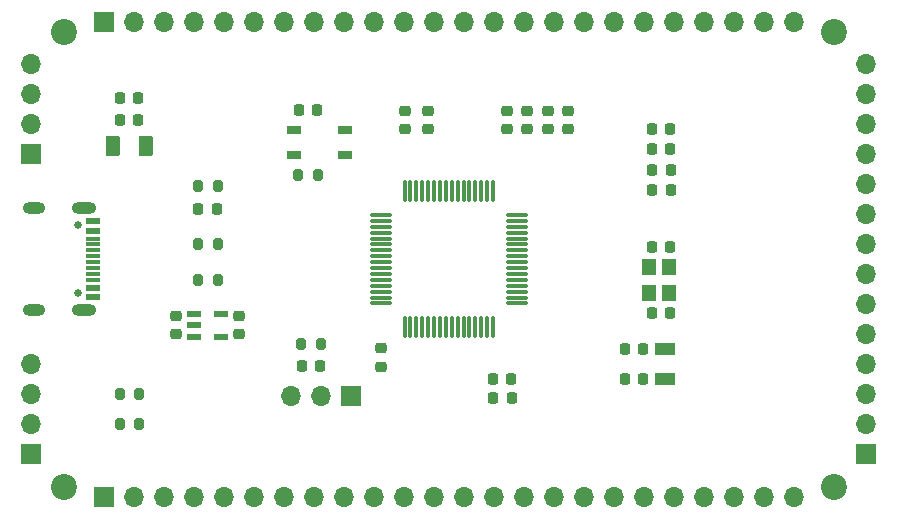
<source format=gts>
%TF.GenerationSoftware,KiCad,Pcbnew,8.0.4*%
%TF.CreationDate,2024-09-01T16:40:05+08:00*%
%TF.ProjectId,UINIO-MCU-HC32F460KETA,55494e49-4f2d-44d4-9355-2d4843333246,Version 1.0.0*%
%TF.SameCoordinates,PX71f45d0PY4ce7800*%
%TF.FileFunction,Soldermask,Top*%
%TF.FilePolarity,Negative*%
%FSLAX46Y46*%
G04 Gerber Fmt 4.6, Leading zero omitted, Abs format (unit mm)*
G04 Created by KiCad (PCBNEW 8.0.4) date 2024-09-01 16:40:05*
%MOMM*%
%LPD*%
G01*
G04 APERTURE LIST*
G04 Aperture macros list*
%AMRoundRect*
0 Rectangle with rounded corners*
0 $1 Rounding radius*
0 $2 $3 $4 $5 $6 $7 $8 $9 X,Y pos of 4 corners*
0 Add a 4 corners polygon primitive as box body*
4,1,4,$2,$3,$4,$5,$6,$7,$8,$9,$2,$3,0*
0 Add four circle primitives for the rounded corners*
1,1,$1+$1,$2,$3*
1,1,$1+$1,$4,$5*
1,1,$1+$1,$6,$7*
1,1,$1+$1,$8,$9*
0 Add four rect primitives between the rounded corners*
20,1,$1+$1,$2,$3,$4,$5,0*
20,1,$1+$1,$4,$5,$6,$7,0*
20,1,$1+$1,$6,$7,$8,$9,0*
20,1,$1+$1,$8,$9,$2,$3,0*%
G04 Aperture macros list end*
%ADD10RoundRect,0.218750X0.218750X0.256250X-0.218750X0.256250X-0.218750X-0.256250X0.218750X-0.256250X0*%
%ADD11RoundRect,0.200000X0.200000X0.275000X-0.200000X0.275000X-0.200000X-0.275000X0.200000X-0.275000X0*%
%ADD12RoundRect,0.225000X0.250000X-0.225000X0.250000X0.225000X-0.250000X0.225000X-0.250000X-0.225000X0*%
%ADD13R,1.157000X0.490000*%
%ADD14R,1.175000X0.490000*%
%ADD15C,2.200000*%
%ADD16RoundRect,0.218750X-0.256250X0.218750X-0.256250X-0.218750X0.256250X-0.218750X0.256250X0.218750X0*%
%ADD17RoundRect,0.225000X-0.225000X-0.250000X0.225000X-0.250000X0.225000X0.250000X-0.225000X0.250000X0*%
%ADD18R,1.800000X1.000000*%
%ADD19R,1.700000X1.700000*%
%ADD20O,1.700000X1.700000*%
%ADD21RoundRect,0.225000X-0.250000X0.225000X-0.250000X-0.225000X0.250000X-0.225000X0.250000X0.225000X0*%
%ADD22C,0.650000*%
%ADD23O,2.100000X1.000000*%
%ADD24O,1.900000X1.000000*%
%ADD25R,1.150000X0.600000*%
%ADD26R,1.150000X0.300000*%
%ADD27RoundRect,0.200000X-0.200000X-0.275000X0.200000X-0.275000X0.200000X0.275000X-0.200000X0.275000X0*%
%ADD28RoundRect,0.225000X0.225000X0.250000X-0.225000X0.250000X-0.225000X-0.250000X0.225000X-0.250000X0*%
%ADD29R,1.200000X0.650000*%
%ADD30RoundRect,0.250000X-0.375000X-0.625000X0.375000X-0.625000X0.375000X0.625000X-0.375000X0.625000X0*%
%ADD31O,2.000000X0.300000*%
%ADD32O,0.300000X2.000000*%
%ADD33R,1.200000X1.400000*%
G04 APERTURE END LIST*
D10*
%TO.C,L3*%
X50465000Y-15630000D03*
X48890000Y-15630000D03*
%TD*%
D11*
%TO.C,R4*%
X20865000Y-28670000D03*
X19215000Y-28670000D03*
%TD*%
D12*
%TO.C,C2*%
X40060000Y-10445000D03*
X40060000Y-8895000D03*
%TD*%
D13*
%TO.C,U1*%
X10091500Y-26110000D03*
X10091500Y-27060000D03*
X10091500Y-28010000D03*
D14*
X12399500Y-28010000D03*
X12399500Y-26110000D03*
%TD*%
D12*
%TO.C,C1*%
X38330000Y-10445000D03*
X38330000Y-8895000D03*
%TD*%
%TO.C,C17*%
X25920000Y-30550000D03*
X25920000Y-29000000D03*
%TD*%
D10*
%TO.C,L4*%
X50465000Y-13900000D03*
X48890000Y-13900000D03*
%TD*%
D15*
%TO.C,HOLE\u002A\u002A*%
X-880000Y-40710000D03*
%TD*%
D12*
%TO.C,C4*%
X8610000Y-27830000D03*
X8610000Y-26280000D03*
%TD*%
D15*
%TO.C,HOLE\u002A\u002A*%
X-880000Y-2210000D03*
%TD*%
D16*
%TO.C,L2*%
X36600000Y-8882500D03*
X36600000Y-10457500D03*
%TD*%
D11*
%TO.C,R5*%
X20580000Y-14330000D03*
X18930000Y-14330000D03*
%TD*%
D17*
%TO.C,C9*%
X19265000Y-30480000D03*
X20815000Y-30480000D03*
%TD*%
D18*
%TO.C,Y1*%
X50007500Y-29080002D03*
X50007500Y-31580000D03*
%TD*%
D19*
%TO.C,J4*%
X23390000Y-33060000D03*
D20*
X20850000Y-33060000D03*
X18310000Y-33060000D03*
%TD*%
D21*
%TO.C,C8*%
X27940000Y-8880000D03*
X27940000Y-10430000D03*
%TD*%
D19*
%TO.C,J5*%
X-3650000Y-12560000D03*
D20*
X-3650000Y-10020000D03*
X-3650000Y-7480000D03*
X-3650000Y-4940000D03*
%TD*%
D22*
%TO.C,USB1*%
X289000Y-18570000D03*
X289000Y-24350000D03*
D23*
X789000Y-17135000D03*
X789000Y-25785000D03*
D24*
X-3411000Y-17135000D03*
X-3411000Y-25785000D03*
D25*
X1551000Y-18260000D03*
X1551000Y-19060000D03*
D26*
X1551000Y-20210000D03*
X1551000Y-21210000D03*
X1551000Y-21710000D03*
X1551000Y-22710000D03*
D25*
X1551000Y-24660000D03*
X1551000Y-23860000D03*
D26*
X1551000Y-23210000D03*
X1551000Y-22210000D03*
X1551000Y-20710000D03*
X1551000Y-19710000D03*
%TD*%
D27*
%TO.C,R7*%
X3815000Y-32880000D03*
X5465000Y-32880000D03*
%TD*%
D12*
%TO.C,C7*%
X13890000Y-27830000D03*
X13890000Y-26280000D03*
%TD*%
D28*
%TO.C,C19*%
X37000000Y-33210000D03*
X35450000Y-33210000D03*
%TD*%
D11*
%TO.C,R6*%
X5465000Y-35420000D03*
X3815000Y-35420000D03*
%TD*%
D19*
%TO.C,J3*%
X2490000Y-1360000D03*
D20*
X5030000Y-1360000D03*
X7570000Y-1360000D03*
X10110000Y-1360000D03*
X12650000Y-1360000D03*
X15190000Y-1360000D03*
X17730000Y-1360000D03*
X20270000Y-1360000D03*
X22810000Y-1360000D03*
X25350000Y-1360000D03*
X27890000Y-1360000D03*
X30430000Y-1360000D03*
X32970000Y-1360000D03*
X35510000Y-1360000D03*
X38050000Y-1360000D03*
X40590000Y-1360000D03*
X43130000Y-1360000D03*
X45670000Y-1360000D03*
X48210000Y-1360000D03*
X50750000Y-1360000D03*
X53290000Y-1360000D03*
X55830000Y-1360000D03*
X58370000Y-1360000D03*
X60910000Y-1360000D03*
%TD*%
D19*
%TO.C,J1*%
X67030000Y-37960000D03*
D20*
X67030000Y-35420000D03*
X67030000Y-32880000D03*
X67030000Y-30340000D03*
X67030000Y-27800000D03*
X67030000Y-25260000D03*
X67030000Y-22720000D03*
X67030000Y-20180000D03*
X67030000Y-17640000D03*
X67030000Y-15100000D03*
X67030000Y-12560000D03*
X67030000Y-10020000D03*
X67030000Y-7480000D03*
X67030000Y-4940000D03*
%TD*%
D21*
%TO.C,C12*%
X29920000Y-8880000D03*
X29920000Y-10430000D03*
%TD*%
D29*
%TO.C,SW1*%
X22880000Y-12670000D03*
X18580000Y-12670000D03*
X22880000Y-10520000D03*
X18580000Y-10520000D03*
%TD*%
D17*
%TO.C,C11*%
X3865000Y-9650000D03*
X5415000Y-9650000D03*
%TD*%
D28*
%TO.C,C6*%
X36990000Y-31600000D03*
X35440000Y-31600000D03*
%TD*%
D10*
%TO.C,D1*%
X12062500Y-17250000D03*
X10487500Y-17250000D03*
%TD*%
D15*
%TO.C,HOLE\u002A\u002A*%
X64280000Y-2210000D03*
%TD*%
D27*
%TO.C,R1*%
X10470000Y-20200000D03*
X12120000Y-20200000D03*
%TD*%
D28*
%TO.C,C18*%
X50450000Y-26050000D03*
X48900000Y-26050000D03*
%TD*%
D16*
%TO.C,L1*%
X41790000Y-8882500D03*
X41790000Y-10457500D03*
%TD*%
D17*
%TO.C,C14*%
X48900000Y-20390000D03*
X50450000Y-20390000D03*
%TD*%
%TO.C,C13*%
X18980000Y-8860000D03*
X20530000Y-8860000D03*
%TD*%
D27*
%TO.C,R3*%
X10470000Y-15260000D03*
X12120000Y-15260000D03*
%TD*%
D17*
%TO.C,C3*%
X48902500Y-10440000D03*
X50452500Y-10440000D03*
%TD*%
D27*
%TO.C,R2*%
X10470000Y-23210000D03*
X12120000Y-23210000D03*
%TD*%
D17*
%TO.C,C10*%
X3865000Y-7800000D03*
X5415000Y-7800000D03*
%TD*%
D19*
%TO.C,J6*%
X-3650000Y-37960000D03*
D20*
X-3650000Y-35420000D03*
X-3650000Y-32880000D03*
X-3650000Y-30340000D03*
%TD*%
D17*
%TO.C,C5*%
X48902500Y-12170000D03*
X50452500Y-12170000D03*
%TD*%
D30*
%TO.C,F1*%
X3240000Y-11890000D03*
X6040000Y-11890000D03*
%TD*%
D17*
%TO.C,C16*%
X46600000Y-29060000D03*
X48150000Y-29060000D03*
%TD*%
D31*
%TO.C,U2*%
X37440000Y-25210000D03*
X37440000Y-24710000D03*
X37440000Y-24210000D03*
X37440000Y-23710000D03*
X37440000Y-23210000D03*
X37440000Y-22710000D03*
X37440000Y-22210000D03*
X37440000Y-21710000D03*
X37440000Y-21210000D03*
X37440000Y-20710000D03*
X37440000Y-20210000D03*
X37440000Y-19710000D03*
X37440000Y-19210000D03*
X37440000Y-18710000D03*
X37440000Y-18210000D03*
X37440000Y-17710000D03*
D32*
X35440000Y-15710000D03*
X34940000Y-15710000D03*
X34440000Y-15710000D03*
X33940000Y-15710000D03*
X33440000Y-15710000D03*
X32940000Y-15710000D03*
X32440000Y-15710000D03*
X31940000Y-15710000D03*
X31440000Y-15710000D03*
X30940000Y-15710000D03*
X30440000Y-15710000D03*
X29940000Y-15710000D03*
X29440000Y-15710000D03*
X28940000Y-15710000D03*
X28440000Y-15710000D03*
X27940000Y-15710000D03*
D31*
X25940000Y-17710000D03*
X25940000Y-18210000D03*
X25940000Y-18710000D03*
X25940000Y-19210000D03*
X25940000Y-19710000D03*
X25940000Y-20210000D03*
X25940000Y-20710000D03*
X25940000Y-21210000D03*
X25940000Y-21710000D03*
X25940000Y-22210000D03*
X25940000Y-22710000D03*
X25940000Y-23210000D03*
X25940000Y-23710000D03*
X25940000Y-24210000D03*
X25940000Y-24710000D03*
X25940000Y-25210000D03*
D32*
X27940000Y-27210000D03*
X28440000Y-27210000D03*
X28940000Y-27210000D03*
X29440000Y-27210000D03*
X29940000Y-27210000D03*
X30440000Y-27210000D03*
X30940000Y-27210000D03*
X31440000Y-27210000D03*
X31940000Y-27210000D03*
X32440000Y-27210000D03*
X32940000Y-27210000D03*
X33440000Y-27210000D03*
X33940000Y-27210000D03*
X34440000Y-27210000D03*
X34940000Y-27210000D03*
X35440000Y-27210000D03*
%TD*%
D17*
%TO.C,C15*%
X46600000Y-31600002D03*
X48150000Y-31600002D03*
%TD*%
D19*
%TO.C,J2*%
X2490000Y-41560000D03*
D20*
X5030000Y-41560000D03*
X7570000Y-41560000D03*
X10110000Y-41560000D03*
X12650000Y-41560000D03*
X15190000Y-41560000D03*
X17730000Y-41560000D03*
X20270000Y-41560000D03*
X22810000Y-41560000D03*
X25350000Y-41560000D03*
X27890000Y-41560000D03*
X30430000Y-41560000D03*
X32970000Y-41560000D03*
X35510000Y-41560000D03*
X38050000Y-41560000D03*
X40590000Y-41560000D03*
X43130000Y-41560000D03*
X45670000Y-41560000D03*
X48210000Y-41560000D03*
X50750000Y-41560000D03*
X53290000Y-41560000D03*
X55830000Y-41560000D03*
X58370000Y-41560000D03*
X60910000Y-41560000D03*
%TD*%
D33*
%TO.C,Y2*%
X48605000Y-22120000D03*
X48605000Y-24320000D03*
X50305000Y-24320000D03*
X50305000Y-22120000D03*
%TD*%
D15*
%TO.C,HOLE\u002A\u002A*%
X64280000Y-40710000D03*
%TD*%
M02*

</source>
